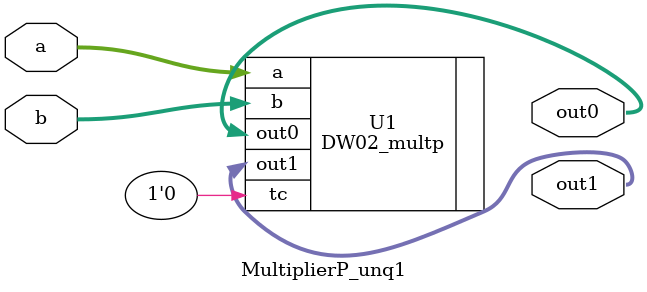
<source format=v>

module MultiplierP_unq1(a,b,out0,out1);
  parameter width=53;
  input  [width-1:0]    a,b;
  output [2*width+1:0] out0,out1;

								  
DW02_multp #(width, width, 2*width+2, 3) U1 ( .a(a), .b(b),.tc(1'b0), .out0(out0), .out1(out1) );

endmodule


</source>
